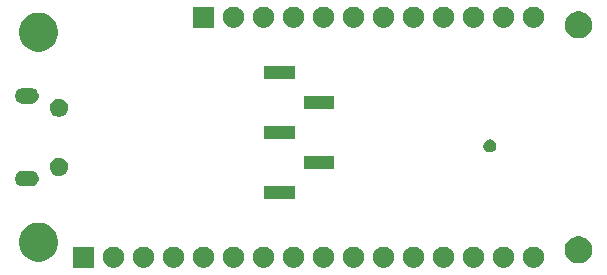
<source format=gbr>
G04 #@! TF.GenerationSoftware,KiCad,Pcbnew,5.1.5+dfsg1-2build2*
G04 #@! TF.CreationDate,2020-07-13T22:27:38-05:00*
G04 #@! TF.ProjectId,kw41z-feather,6b773431-7a2d-4666-9561-746865722e6b,rev?*
G04 #@! TF.SameCoordinates,Original*
G04 #@! TF.FileFunction,Soldermask,Bot*
G04 #@! TF.FilePolarity,Negative*
%FSLAX46Y46*%
G04 Gerber Fmt 4.6, Leading zero omitted, Abs format (unit mm)*
G04 Created by KiCad (PCBNEW 5.1.5+dfsg1-2build2) date 2020-07-13 22:27:38*
%MOMM*%
%LPD*%
G04 APERTURE LIST*
%ADD10C,0.100000*%
G04 APERTURE END LIST*
D10*
G36*
X143623512Y-101973927D02*
G01*
X143772812Y-102003624D01*
X143936784Y-102071544D01*
X144084354Y-102170147D01*
X144209853Y-102295646D01*
X144308456Y-102443216D01*
X144376376Y-102607188D01*
X144411000Y-102781259D01*
X144411000Y-102958741D01*
X144376376Y-103132812D01*
X144308456Y-103296784D01*
X144209853Y-103444354D01*
X144084354Y-103569853D01*
X143936784Y-103668456D01*
X143772812Y-103736376D01*
X143623512Y-103766073D01*
X143598742Y-103771000D01*
X143421258Y-103771000D01*
X143396488Y-103766073D01*
X143247188Y-103736376D01*
X143083216Y-103668456D01*
X142935646Y-103569853D01*
X142810147Y-103444354D01*
X142711544Y-103296784D01*
X142643624Y-103132812D01*
X142609000Y-102958741D01*
X142609000Y-102781259D01*
X142643624Y-102607188D01*
X142711544Y-102443216D01*
X142810147Y-102295646D01*
X142935646Y-102170147D01*
X143083216Y-102071544D01*
X143247188Y-102003624D01*
X143396488Y-101973927D01*
X143421258Y-101969000D01*
X143598742Y-101969000D01*
X143623512Y-101973927D01*
G37*
G36*
X151243512Y-101973927D02*
G01*
X151392812Y-102003624D01*
X151556784Y-102071544D01*
X151704354Y-102170147D01*
X151829853Y-102295646D01*
X151928456Y-102443216D01*
X151996376Y-102607188D01*
X152031000Y-102781259D01*
X152031000Y-102958741D01*
X151996376Y-103132812D01*
X151928456Y-103296784D01*
X151829853Y-103444354D01*
X151704354Y-103569853D01*
X151556784Y-103668456D01*
X151392812Y-103736376D01*
X151243512Y-103766073D01*
X151218742Y-103771000D01*
X151041258Y-103771000D01*
X151016488Y-103766073D01*
X150867188Y-103736376D01*
X150703216Y-103668456D01*
X150555646Y-103569853D01*
X150430147Y-103444354D01*
X150331544Y-103296784D01*
X150263624Y-103132812D01*
X150229000Y-102958741D01*
X150229000Y-102781259D01*
X150263624Y-102607188D01*
X150331544Y-102443216D01*
X150430147Y-102295646D01*
X150555646Y-102170147D01*
X150703216Y-102071544D01*
X150867188Y-102003624D01*
X151016488Y-101973927D01*
X151041258Y-101969000D01*
X151218742Y-101969000D01*
X151243512Y-101973927D01*
G37*
G36*
X134251000Y-103771000D02*
G01*
X132449000Y-103771000D01*
X132449000Y-101969000D01*
X134251000Y-101969000D01*
X134251000Y-103771000D01*
G37*
G36*
X136003512Y-101973927D02*
G01*
X136152812Y-102003624D01*
X136316784Y-102071544D01*
X136464354Y-102170147D01*
X136589853Y-102295646D01*
X136688456Y-102443216D01*
X136756376Y-102607188D01*
X136791000Y-102781259D01*
X136791000Y-102958741D01*
X136756376Y-103132812D01*
X136688456Y-103296784D01*
X136589853Y-103444354D01*
X136464354Y-103569853D01*
X136316784Y-103668456D01*
X136152812Y-103736376D01*
X136003512Y-103766073D01*
X135978742Y-103771000D01*
X135801258Y-103771000D01*
X135776488Y-103766073D01*
X135627188Y-103736376D01*
X135463216Y-103668456D01*
X135315646Y-103569853D01*
X135190147Y-103444354D01*
X135091544Y-103296784D01*
X135023624Y-103132812D01*
X134989000Y-102958741D01*
X134989000Y-102781259D01*
X135023624Y-102607188D01*
X135091544Y-102443216D01*
X135190147Y-102295646D01*
X135315646Y-102170147D01*
X135463216Y-102071544D01*
X135627188Y-102003624D01*
X135776488Y-101973927D01*
X135801258Y-101969000D01*
X135978742Y-101969000D01*
X136003512Y-101973927D01*
G37*
G36*
X138543512Y-101973927D02*
G01*
X138692812Y-102003624D01*
X138856784Y-102071544D01*
X139004354Y-102170147D01*
X139129853Y-102295646D01*
X139228456Y-102443216D01*
X139296376Y-102607188D01*
X139331000Y-102781259D01*
X139331000Y-102958741D01*
X139296376Y-103132812D01*
X139228456Y-103296784D01*
X139129853Y-103444354D01*
X139004354Y-103569853D01*
X138856784Y-103668456D01*
X138692812Y-103736376D01*
X138543512Y-103766073D01*
X138518742Y-103771000D01*
X138341258Y-103771000D01*
X138316488Y-103766073D01*
X138167188Y-103736376D01*
X138003216Y-103668456D01*
X137855646Y-103569853D01*
X137730147Y-103444354D01*
X137631544Y-103296784D01*
X137563624Y-103132812D01*
X137529000Y-102958741D01*
X137529000Y-102781259D01*
X137563624Y-102607188D01*
X137631544Y-102443216D01*
X137730147Y-102295646D01*
X137855646Y-102170147D01*
X138003216Y-102071544D01*
X138167188Y-102003624D01*
X138316488Y-101973927D01*
X138341258Y-101969000D01*
X138518742Y-101969000D01*
X138543512Y-101973927D01*
G37*
G36*
X141083512Y-101973927D02*
G01*
X141232812Y-102003624D01*
X141396784Y-102071544D01*
X141544354Y-102170147D01*
X141669853Y-102295646D01*
X141768456Y-102443216D01*
X141836376Y-102607188D01*
X141871000Y-102781259D01*
X141871000Y-102958741D01*
X141836376Y-103132812D01*
X141768456Y-103296784D01*
X141669853Y-103444354D01*
X141544354Y-103569853D01*
X141396784Y-103668456D01*
X141232812Y-103736376D01*
X141083512Y-103766073D01*
X141058742Y-103771000D01*
X140881258Y-103771000D01*
X140856488Y-103766073D01*
X140707188Y-103736376D01*
X140543216Y-103668456D01*
X140395646Y-103569853D01*
X140270147Y-103444354D01*
X140171544Y-103296784D01*
X140103624Y-103132812D01*
X140069000Y-102958741D01*
X140069000Y-102781259D01*
X140103624Y-102607188D01*
X140171544Y-102443216D01*
X140270147Y-102295646D01*
X140395646Y-102170147D01*
X140543216Y-102071544D01*
X140707188Y-102003624D01*
X140856488Y-101973927D01*
X140881258Y-101969000D01*
X141058742Y-101969000D01*
X141083512Y-101973927D01*
G37*
G36*
X146163512Y-101973927D02*
G01*
X146312812Y-102003624D01*
X146476784Y-102071544D01*
X146624354Y-102170147D01*
X146749853Y-102295646D01*
X146848456Y-102443216D01*
X146916376Y-102607188D01*
X146951000Y-102781259D01*
X146951000Y-102958741D01*
X146916376Y-103132812D01*
X146848456Y-103296784D01*
X146749853Y-103444354D01*
X146624354Y-103569853D01*
X146476784Y-103668456D01*
X146312812Y-103736376D01*
X146163512Y-103766073D01*
X146138742Y-103771000D01*
X145961258Y-103771000D01*
X145936488Y-103766073D01*
X145787188Y-103736376D01*
X145623216Y-103668456D01*
X145475646Y-103569853D01*
X145350147Y-103444354D01*
X145251544Y-103296784D01*
X145183624Y-103132812D01*
X145149000Y-102958741D01*
X145149000Y-102781259D01*
X145183624Y-102607188D01*
X145251544Y-102443216D01*
X145350147Y-102295646D01*
X145475646Y-102170147D01*
X145623216Y-102071544D01*
X145787188Y-102003624D01*
X145936488Y-101973927D01*
X145961258Y-101969000D01*
X146138742Y-101969000D01*
X146163512Y-101973927D01*
G37*
G36*
X148703512Y-101973927D02*
G01*
X148852812Y-102003624D01*
X149016784Y-102071544D01*
X149164354Y-102170147D01*
X149289853Y-102295646D01*
X149388456Y-102443216D01*
X149456376Y-102607188D01*
X149491000Y-102781259D01*
X149491000Y-102958741D01*
X149456376Y-103132812D01*
X149388456Y-103296784D01*
X149289853Y-103444354D01*
X149164354Y-103569853D01*
X149016784Y-103668456D01*
X148852812Y-103736376D01*
X148703512Y-103766073D01*
X148678742Y-103771000D01*
X148501258Y-103771000D01*
X148476488Y-103766073D01*
X148327188Y-103736376D01*
X148163216Y-103668456D01*
X148015646Y-103569853D01*
X147890147Y-103444354D01*
X147791544Y-103296784D01*
X147723624Y-103132812D01*
X147689000Y-102958741D01*
X147689000Y-102781259D01*
X147723624Y-102607188D01*
X147791544Y-102443216D01*
X147890147Y-102295646D01*
X148015646Y-102170147D01*
X148163216Y-102071544D01*
X148327188Y-102003624D01*
X148476488Y-101973927D01*
X148501258Y-101969000D01*
X148678742Y-101969000D01*
X148703512Y-101973927D01*
G37*
G36*
X153783512Y-101973927D02*
G01*
X153932812Y-102003624D01*
X154096784Y-102071544D01*
X154244354Y-102170147D01*
X154369853Y-102295646D01*
X154468456Y-102443216D01*
X154536376Y-102607188D01*
X154571000Y-102781259D01*
X154571000Y-102958741D01*
X154536376Y-103132812D01*
X154468456Y-103296784D01*
X154369853Y-103444354D01*
X154244354Y-103569853D01*
X154096784Y-103668456D01*
X153932812Y-103736376D01*
X153783512Y-103766073D01*
X153758742Y-103771000D01*
X153581258Y-103771000D01*
X153556488Y-103766073D01*
X153407188Y-103736376D01*
X153243216Y-103668456D01*
X153095646Y-103569853D01*
X152970147Y-103444354D01*
X152871544Y-103296784D01*
X152803624Y-103132812D01*
X152769000Y-102958741D01*
X152769000Y-102781259D01*
X152803624Y-102607188D01*
X152871544Y-102443216D01*
X152970147Y-102295646D01*
X153095646Y-102170147D01*
X153243216Y-102071544D01*
X153407188Y-102003624D01*
X153556488Y-101973927D01*
X153581258Y-101969000D01*
X153758742Y-101969000D01*
X153783512Y-101973927D01*
G37*
G36*
X156323512Y-101973927D02*
G01*
X156472812Y-102003624D01*
X156636784Y-102071544D01*
X156784354Y-102170147D01*
X156909853Y-102295646D01*
X157008456Y-102443216D01*
X157076376Y-102607188D01*
X157111000Y-102781259D01*
X157111000Y-102958741D01*
X157076376Y-103132812D01*
X157008456Y-103296784D01*
X156909853Y-103444354D01*
X156784354Y-103569853D01*
X156636784Y-103668456D01*
X156472812Y-103736376D01*
X156323512Y-103766073D01*
X156298742Y-103771000D01*
X156121258Y-103771000D01*
X156096488Y-103766073D01*
X155947188Y-103736376D01*
X155783216Y-103668456D01*
X155635646Y-103569853D01*
X155510147Y-103444354D01*
X155411544Y-103296784D01*
X155343624Y-103132812D01*
X155309000Y-102958741D01*
X155309000Y-102781259D01*
X155343624Y-102607188D01*
X155411544Y-102443216D01*
X155510147Y-102295646D01*
X155635646Y-102170147D01*
X155783216Y-102071544D01*
X155947188Y-102003624D01*
X156096488Y-101973927D01*
X156121258Y-101969000D01*
X156298742Y-101969000D01*
X156323512Y-101973927D01*
G37*
G36*
X158863512Y-101973927D02*
G01*
X159012812Y-102003624D01*
X159176784Y-102071544D01*
X159324354Y-102170147D01*
X159449853Y-102295646D01*
X159548456Y-102443216D01*
X159616376Y-102607188D01*
X159651000Y-102781259D01*
X159651000Y-102958741D01*
X159616376Y-103132812D01*
X159548456Y-103296784D01*
X159449853Y-103444354D01*
X159324354Y-103569853D01*
X159176784Y-103668456D01*
X159012812Y-103736376D01*
X158863512Y-103766073D01*
X158838742Y-103771000D01*
X158661258Y-103771000D01*
X158636488Y-103766073D01*
X158487188Y-103736376D01*
X158323216Y-103668456D01*
X158175646Y-103569853D01*
X158050147Y-103444354D01*
X157951544Y-103296784D01*
X157883624Y-103132812D01*
X157849000Y-102958741D01*
X157849000Y-102781259D01*
X157883624Y-102607188D01*
X157951544Y-102443216D01*
X158050147Y-102295646D01*
X158175646Y-102170147D01*
X158323216Y-102071544D01*
X158487188Y-102003624D01*
X158636488Y-101973927D01*
X158661258Y-101969000D01*
X158838742Y-101969000D01*
X158863512Y-101973927D01*
G37*
G36*
X161403512Y-101973927D02*
G01*
X161552812Y-102003624D01*
X161716784Y-102071544D01*
X161864354Y-102170147D01*
X161989853Y-102295646D01*
X162088456Y-102443216D01*
X162156376Y-102607188D01*
X162191000Y-102781259D01*
X162191000Y-102958741D01*
X162156376Y-103132812D01*
X162088456Y-103296784D01*
X161989853Y-103444354D01*
X161864354Y-103569853D01*
X161716784Y-103668456D01*
X161552812Y-103736376D01*
X161403512Y-103766073D01*
X161378742Y-103771000D01*
X161201258Y-103771000D01*
X161176488Y-103766073D01*
X161027188Y-103736376D01*
X160863216Y-103668456D01*
X160715646Y-103569853D01*
X160590147Y-103444354D01*
X160491544Y-103296784D01*
X160423624Y-103132812D01*
X160389000Y-102958741D01*
X160389000Y-102781259D01*
X160423624Y-102607188D01*
X160491544Y-102443216D01*
X160590147Y-102295646D01*
X160715646Y-102170147D01*
X160863216Y-102071544D01*
X161027188Y-102003624D01*
X161176488Y-101973927D01*
X161201258Y-101969000D01*
X161378742Y-101969000D01*
X161403512Y-101973927D01*
G37*
G36*
X163943512Y-101973927D02*
G01*
X164092812Y-102003624D01*
X164256784Y-102071544D01*
X164404354Y-102170147D01*
X164529853Y-102295646D01*
X164628456Y-102443216D01*
X164696376Y-102607188D01*
X164731000Y-102781259D01*
X164731000Y-102958741D01*
X164696376Y-103132812D01*
X164628456Y-103296784D01*
X164529853Y-103444354D01*
X164404354Y-103569853D01*
X164256784Y-103668456D01*
X164092812Y-103736376D01*
X163943512Y-103766073D01*
X163918742Y-103771000D01*
X163741258Y-103771000D01*
X163716488Y-103766073D01*
X163567188Y-103736376D01*
X163403216Y-103668456D01*
X163255646Y-103569853D01*
X163130147Y-103444354D01*
X163031544Y-103296784D01*
X162963624Y-103132812D01*
X162929000Y-102958741D01*
X162929000Y-102781259D01*
X162963624Y-102607188D01*
X163031544Y-102443216D01*
X163130147Y-102295646D01*
X163255646Y-102170147D01*
X163403216Y-102071544D01*
X163567188Y-102003624D01*
X163716488Y-101973927D01*
X163741258Y-101969000D01*
X163918742Y-101969000D01*
X163943512Y-101973927D01*
G37*
G36*
X166483512Y-101973927D02*
G01*
X166632812Y-102003624D01*
X166796784Y-102071544D01*
X166944354Y-102170147D01*
X167069853Y-102295646D01*
X167168456Y-102443216D01*
X167236376Y-102607188D01*
X167271000Y-102781259D01*
X167271000Y-102958741D01*
X167236376Y-103132812D01*
X167168456Y-103296784D01*
X167069853Y-103444354D01*
X166944354Y-103569853D01*
X166796784Y-103668456D01*
X166632812Y-103736376D01*
X166483512Y-103766073D01*
X166458742Y-103771000D01*
X166281258Y-103771000D01*
X166256488Y-103766073D01*
X166107188Y-103736376D01*
X165943216Y-103668456D01*
X165795646Y-103569853D01*
X165670147Y-103444354D01*
X165571544Y-103296784D01*
X165503624Y-103132812D01*
X165469000Y-102958741D01*
X165469000Y-102781259D01*
X165503624Y-102607188D01*
X165571544Y-102443216D01*
X165670147Y-102295646D01*
X165795646Y-102170147D01*
X165943216Y-102071544D01*
X166107188Y-102003624D01*
X166256488Y-101973927D01*
X166281258Y-101969000D01*
X166458742Y-101969000D01*
X166483512Y-101973927D01*
G37*
G36*
X169023512Y-101973927D02*
G01*
X169172812Y-102003624D01*
X169336784Y-102071544D01*
X169484354Y-102170147D01*
X169609853Y-102295646D01*
X169708456Y-102443216D01*
X169776376Y-102607188D01*
X169811000Y-102781259D01*
X169811000Y-102958741D01*
X169776376Y-103132812D01*
X169708456Y-103296784D01*
X169609853Y-103444354D01*
X169484354Y-103569853D01*
X169336784Y-103668456D01*
X169172812Y-103736376D01*
X169023512Y-103766073D01*
X168998742Y-103771000D01*
X168821258Y-103771000D01*
X168796488Y-103766073D01*
X168647188Y-103736376D01*
X168483216Y-103668456D01*
X168335646Y-103569853D01*
X168210147Y-103444354D01*
X168111544Y-103296784D01*
X168043624Y-103132812D01*
X168009000Y-102958741D01*
X168009000Y-102781259D01*
X168043624Y-102607188D01*
X168111544Y-102443216D01*
X168210147Y-102295646D01*
X168335646Y-102170147D01*
X168483216Y-102071544D01*
X168647188Y-102003624D01*
X168796488Y-101973927D01*
X168821258Y-101969000D01*
X168998742Y-101969000D01*
X169023512Y-101973927D01*
G37*
G36*
X171563512Y-101973927D02*
G01*
X171712812Y-102003624D01*
X171876784Y-102071544D01*
X172024354Y-102170147D01*
X172149853Y-102295646D01*
X172248456Y-102443216D01*
X172316376Y-102607188D01*
X172351000Y-102781259D01*
X172351000Y-102958741D01*
X172316376Y-103132812D01*
X172248456Y-103296784D01*
X172149853Y-103444354D01*
X172024354Y-103569853D01*
X171876784Y-103668456D01*
X171712812Y-103736376D01*
X171563512Y-103766073D01*
X171538742Y-103771000D01*
X171361258Y-103771000D01*
X171336488Y-103766073D01*
X171187188Y-103736376D01*
X171023216Y-103668456D01*
X170875646Y-103569853D01*
X170750147Y-103444354D01*
X170651544Y-103296784D01*
X170583624Y-103132812D01*
X170549000Y-102958741D01*
X170549000Y-102781259D01*
X170583624Y-102607188D01*
X170651544Y-102443216D01*
X170750147Y-102295646D01*
X170875646Y-102170147D01*
X171023216Y-102071544D01*
X171187188Y-102003624D01*
X171336488Y-101973927D01*
X171361258Y-101969000D01*
X171538742Y-101969000D01*
X171563512Y-101973927D01*
G37*
G36*
X175484549Y-101106116D02*
G01*
X175595734Y-101128232D01*
X175805203Y-101214997D01*
X175993720Y-101340960D01*
X176154040Y-101501280D01*
X176280003Y-101689797D01*
X176280004Y-101689799D01*
X176366768Y-101899267D01*
X176411000Y-102121635D01*
X176411000Y-102348365D01*
X176404301Y-102382042D01*
X176366768Y-102570734D01*
X176280003Y-102780203D01*
X176154040Y-102968720D01*
X175993720Y-103129040D01*
X175805203Y-103255003D01*
X175595734Y-103341768D01*
X175484549Y-103363884D01*
X175373365Y-103386000D01*
X175146635Y-103386000D01*
X175035451Y-103363884D01*
X174924266Y-103341768D01*
X174714797Y-103255003D01*
X174526280Y-103129040D01*
X174365960Y-102968720D01*
X174239997Y-102780203D01*
X174153232Y-102570734D01*
X174115699Y-102382042D01*
X174109000Y-102348365D01*
X174109000Y-102121635D01*
X174153232Y-101899267D01*
X174239996Y-101689799D01*
X174239997Y-101689797D01*
X174365960Y-101501280D01*
X174526280Y-101340960D01*
X174714797Y-101214997D01*
X174924266Y-101128232D01*
X175035451Y-101106116D01*
X175146635Y-101084000D01*
X175373365Y-101084000D01*
X175484549Y-101106116D01*
G37*
G36*
X129915256Y-99991298D02*
G01*
X130021579Y-100012447D01*
X130322042Y-100136903D01*
X130592451Y-100317585D01*
X130822415Y-100547549D01*
X131003097Y-100817958D01*
X131127553Y-101118421D01*
X131191000Y-101437391D01*
X131191000Y-101762609D01*
X131127553Y-102081579D01*
X131090867Y-102170147D01*
X131017047Y-102348365D01*
X131003097Y-102382042D01*
X130822415Y-102652451D01*
X130592451Y-102882415D01*
X130322042Y-103063097D01*
X130021579Y-103187553D01*
X129915256Y-103208702D01*
X129702611Y-103251000D01*
X129377389Y-103251000D01*
X129164744Y-103208702D01*
X129058421Y-103187553D01*
X128757958Y-103063097D01*
X128487549Y-102882415D01*
X128257585Y-102652451D01*
X128076903Y-102382042D01*
X128062954Y-102348365D01*
X127989133Y-102170147D01*
X127952447Y-102081579D01*
X127889000Y-101762609D01*
X127889000Y-101437391D01*
X127952447Y-101118421D01*
X128076903Y-100817958D01*
X128257585Y-100547549D01*
X128487549Y-100317585D01*
X128757958Y-100136903D01*
X129058421Y-100012447D01*
X129164744Y-99991298D01*
X129377389Y-99949000D01*
X129702611Y-99949000D01*
X129915256Y-99991298D01*
G37*
G36*
X151281000Y-97918500D02*
G01*
X148669000Y-97918500D01*
X148669000Y-96816500D01*
X151281000Y-96816500D01*
X151281000Y-97918500D01*
G37*
G36*
X128970355Y-95562140D02*
G01*
X129034118Y-95568420D01*
X129124904Y-95595960D01*
X129156836Y-95605646D01*
X129269925Y-95666094D01*
X129369054Y-95747446D01*
X129450406Y-95846575D01*
X129510854Y-95959664D01*
X129510855Y-95959668D01*
X129548080Y-96082382D01*
X129560649Y-96210000D01*
X129548080Y-96337618D01*
X129520540Y-96428404D01*
X129510854Y-96460336D01*
X129450406Y-96573425D01*
X129369054Y-96672554D01*
X129269925Y-96753906D01*
X129156836Y-96814354D01*
X129149761Y-96816500D01*
X129034118Y-96851580D01*
X128970355Y-96857860D01*
X128938474Y-96861000D01*
X128174526Y-96861000D01*
X128142645Y-96857860D01*
X128078882Y-96851580D01*
X127963239Y-96816500D01*
X127956164Y-96814354D01*
X127843075Y-96753906D01*
X127743946Y-96672554D01*
X127662594Y-96573425D01*
X127602146Y-96460336D01*
X127592460Y-96428404D01*
X127564920Y-96337618D01*
X127552351Y-96210000D01*
X127564920Y-96082382D01*
X127602145Y-95959668D01*
X127602146Y-95959664D01*
X127662594Y-95846575D01*
X127743946Y-95747446D01*
X127843075Y-95666094D01*
X127956164Y-95605646D01*
X127988096Y-95595960D01*
X128078882Y-95568420D01*
X128142645Y-95562140D01*
X128174526Y-95559000D01*
X128938474Y-95559000D01*
X128970355Y-95562140D01*
G37*
G36*
X131482848Y-94463820D02*
G01*
X131482850Y-94463821D01*
X131482851Y-94463821D01*
X131624074Y-94522317D01*
X131624077Y-94522319D01*
X131751169Y-94607239D01*
X131859261Y-94715331D01*
X131944181Y-94842423D01*
X131944183Y-94842426D01*
X132002679Y-94983649D01*
X132002680Y-94983652D01*
X132032500Y-95133569D01*
X132032500Y-95286431D01*
X132014187Y-95378500D01*
X132002679Y-95436351D01*
X131944183Y-95577574D01*
X131944181Y-95577577D01*
X131859261Y-95704669D01*
X131751169Y-95812761D01*
X131624077Y-95897681D01*
X131624074Y-95897683D01*
X131482851Y-95956179D01*
X131482850Y-95956179D01*
X131482848Y-95956180D01*
X131332931Y-95986000D01*
X131180069Y-95986000D01*
X131030152Y-95956180D01*
X131030150Y-95956179D01*
X131030149Y-95956179D01*
X130888926Y-95897683D01*
X130888923Y-95897681D01*
X130761831Y-95812761D01*
X130653739Y-95704669D01*
X130568819Y-95577577D01*
X130568817Y-95577574D01*
X130510321Y-95436351D01*
X130498814Y-95378500D01*
X130480500Y-95286431D01*
X130480500Y-95133569D01*
X130510320Y-94983652D01*
X130510321Y-94983649D01*
X130568817Y-94842426D01*
X130568819Y-94842423D01*
X130653739Y-94715331D01*
X130761831Y-94607239D01*
X130888923Y-94522319D01*
X130888926Y-94522317D01*
X131030149Y-94463821D01*
X131030150Y-94463821D01*
X131030152Y-94463820D01*
X131180069Y-94434000D01*
X131332931Y-94434000D01*
X131482848Y-94463820D01*
G37*
G36*
X154591000Y-95378500D02*
G01*
X151979000Y-95378500D01*
X151979000Y-94276500D01*
X154591000Y-94276500D01*
X154591000Y-95378500D01*
G37*
G36*
X167910721Y-92920174D02*
G01*
X168010995Y-92961709D01*
X168010996Y-92961710D01*
X168101242Y-93022010D01*
X168177990Y-93098758D01*
X168177991Y-93098760D01*
X168238291Y-93189005D01*
X168279826Y-93289279D01*
X168301000Y-93395730D01*
X168301000Y-93504270D01*
X168279826Y-93610721D01*
X168238291Y-93710995D01*
X168238290Y-93710996D01*
X168177990Y-93801242D01*
X168101242Y-93877990D01*
X168055812Y-93908345D01*
X168010995Y-93938291D01*
X167910721Y-93979826D01*
X167804270Y-94001000D01*
X167695730Y-94001000D01*
X167589279Y-93979826D01*
X167489005Y-93938291D01*
X167444188Y-93908345D01*
X167398758Y-93877990D01*
X167322010Y-93801242D01*
X167261710Y-93710996D01*
X167261709Y-93710995D01*
X167220174Y-93610721D01*
X167199000Y-93504270D01*
X167199000Y-93395730D01*
X167220174Y-93289279D01*
X167261709Y-93189005D01*
X167322009Y-93098760D01*
X167322010Y-93098758D01*
X167398758Y-93022010D01*
X167489004Y-92961710D01*
X167489005Y-92961709D01*
X167589279Y-92920174D01*
X167695730Y-92899000D01*
X167804270Y-92899000D01*
X167910721Y-92920174D01*
G37*
G36*
X151281000Y-92838500D02*
G01*
X148669000Y-92838500D01*
X148669000Y-91736500D01*
X151281000Y-91736500D01*
X151281000Y-92838500D01*
G37*
G36*
X131482848Y-89463820D02*
G01*
X131482850Y-89463821D01*
X131482851Y-89463821D01*
X131624074Y-89522317D01*
X131624077Y-89522319D01*
X131751169Y-89607239D01*
X131859261Y-89715331D01*
X131944181Y-89842423D01*
X131944183Y-89842426D01*
X132002679Y-89983649D01*
X132032500Y-90133571D01*
X132032500Y-90286429D01*
X132002679Y-90436351D01*
X131944183Y-90577574D01*
X131944181Y-90577577D01*
X131859261Y-90704669D01*
X131751169Y-90812761D01*
X131624077Y-90897681D01*
X131624074Y-90897683D01*
X131482851Y-90956179D01*
X131482850Y-90956179D01*
X131482848Y-90956180D01*
X131332931Y-90986000D01*
X131180069Y-90986000D01*
X131030152Y-90956180D01*
X131030150Y-90956179D01*
X131030149Y-90956179D01*
X130888926Y-90897683D01*
X130888923Y-90897681D01*
X130761831Y-90812761D01*
X130653739Y-90704669D01*
X130568819Y-90577577D01*
X130568817Y-90577574D01*
X130510321Y-90436351D01*
X130480500Y-90286429D01*
X130480500Y-90133571D01*
X130510321Y-89983649D01*
X130568817Y-89842426D01*
X130568819Y-89842423D01*
X130653739Y-89715331D01*
X130761831Y-89607239D01*
X130888923Y-89522319D01*
X130888926Y-89522317D01*
X131030149Y-89463821D01*
X131030150Y-89463821D01*
X131030152Y-89463820D01*
X131180069Y-89434000D01*
X131332931Y-89434000D01*
X131482848Y-89463820D01*
G37*
G36*
X154591000Y-90298500D02*
G01*
X151979000Y-90298500D01*
X151979000Y-89196500D01*
X154591000Y-89196500D01*
X154591000Y-90298500D01*
G37*
G36*
X128970355Y-88562140D02*
G01*
X129034118Y-88568420D01*
X129124904Y-88595960D01*
X129156836Y-88605646D01*
X129269925Y-88666094D01*
X129369054Y-88747446D01*
X129450406Y-88846575D01*
X129510854Y-88959664D01*
X129510855Y-88959668D01*
X129548080Y-89082382D01*
X129560649Y-89210000D01*
X129548080Y-89337618D01*
X129520540Y-89428404D01*
X129510854Y-89460336D01*
X129450406Y-89573425D01*
X129369054Y-89672554D01*
X129269925Y-89753906D01*
X129156836Y-89814354D01*
X129124904Y-89824040D01*
X129034118Y-89851580D01*
X128970355Y-89857860D01*
X128938474Y-89861000D01*
X128174526Y-89861000D01*
X128142645Y-89857860D01*
X128078882Y-89851580D01*
X127988096Y-89824040D01*
X127956164Y-89814354D01*
X127843075Y-89753906D01*
X127743946Y-89672554D01*
X127662594Y-89573425D01*
X127602146Y-89460336D01*
X127592460Y-89428404D01*
X127564920Y-89337618D01*
X127552351Y-89210000D01*
X127564920Y-89082382D01*
X127602145Y-88959668D01*
X127602146Y-88959664D01*
X127662594Y-88846575D01*
X127743946Y-88747446D01*
X127843075Y-88666094D01*
X127956164Y-88605646D01*
X127988096Y-88595960D01*
X128078882Y-88568420D01*
X128142645Y-88562140D01*
X128174526Y-88559000D01*
X128938474Y-88559000D01*
X128970355Y-88562140D01*
G37*
G36*
X151281000Y-87758500D02*
G01*
X148669000Y-87758500D01*
X148669000Y-86656500D01*
X151281000Y-86656500D01*
X151281000Y-87758500D01*
G37*
G36*
X129915256Y-82211298D02*
G01*
X130021579Y-82232447D01*
X130322042Y-82356903D01*
X130592451Y-82537585D01*
X130822415Y-82767549D01*
X131003097Y-83037958D01*
X131003098Y-83037960D01*
X131017047Y-83071636D01*
X131127553Y-83338421D01*
X131191000Y-83657391D01*
X131191000Y-83982609D01*
X131127553Y-84301579D01*
X131003097Y-84602042D01*
X130822415Y-84872451D01*
X130592451Y-85102415D01*
X130322042Y-85283097D01*
X130021579Y-85407553D01*
X129915256Y-85428702D01*
X129702611Y-85471000D01*
X129377389Y-85471000D01*
X129164744Y-85428702D01*
X129058421Y-85407553D01*
X128757958Y-85283097D01*
X128487549Y-85102415D01*
X128257585Y-84872451D01*
X128076903Y-84602042D01*
X127952447Y-84301579D01*
X127889000Y-83982609D01*
X127889000Y-83657391D01*
X127952447Y-83338421D01*
X128062953Y-83071636D01*
X128076902Y-83037960D01*
X128076903Y-83037958D01*
X128257585Y-82767549D01*
X128487549Y-82537585D01*
X128757958Y-82356903D01*
X129058421Y-82232447D01*
X129164744Y-82211298D01*
X129377389Y-82169000D01*
X129702611Y-82169000D01*
X129915256Y-82211298D01*
G37*
G36*
X175484549Y-82056116D02*
G01*
X175595734Y-82078232D01*
X175805203Y-82164997D01*
X175993720Y-82290960D01*
X176154040Y-82451280D01*
X176280003Y-82639797D01*
X176332921Y-82767551D01*
X176366768Y-82849267D01*
X176404302Y-83037960D01*
X176411000Y-83071636D01*
X176411000Y-83298364D01*
X176366768Y-83520734D01*
X176280003Y-83730203D01*
X176154040Y-83918720D01*
X175993720Y-84079040D01*
X175805203Y-84205003D01*
X175595734Y-84291768D01*
X175484549Y-84313884D01*
X175373365Y-84336000D01*
X175146635Y-84336000D01*
X175035451Y-84313884D01*
X174924266Y-84291768D01*
X174714797Y-84205003D01*
X174526280Y-84079040D01*
X174365960Y-83918720D01*
X174239997Y-83730203D01*
X174153232Y-83520734D01*
X174109000Y-83298364D01*
X174109000Y-83071636D01*
X174115699Y-83037960D01*
X174153232Y-82849267D01*
X174187080Y-82767551D01*
X174239997Y-82639797D01*
X174365960Y-82451280D01*
X174526280Y-82290960D01*
X174714797Y-82164997D01*
X174924266Y-82078232D01*
X175035451Y-82056116D01*
X175146635Y-82034000D01*
X175373365Y-82034000D01*
X175484549Y-82056116D01*
G37*
G36*
X151243512Y-81653927D02*
G01*
X151392812Y-81683624D01*
X151556784Y-81751544D01*
X151704354Y-81850147D01*
X151829853Y-81975646D01*
X151928456Y-82123216D01*
X151996376Y-82287188D01*
X152031000Y-82461259D01*
X152031000Y-82638741D01*
X151996376Y-82812812D01*
X151928456Y-82976784D01*
X151829853Y-83124354D01*
X151704354Y-83249853D01*
X151556784Y-83348456D01*
X151392812Y-83416376D01*
X151243512Y-83446073D01*
X151218742Y-83451000D01*
X151041258Y-83451000D01*
X151016488Y-83446073D01*
X150867188Y-83416376D01*
X150703216Y-83348456D01*
X150555646Y-83249853D01*
X150430147Y-83124354D01*
X150331544Y-82976784D01*
X150263624Y-82812812D01*
X150229000Y-82638741D01*
X150229000Y-82461259D01*
X150263624Y-82287188D01*
X150331544Y-82123216D01*
X150430147Y-81975646D01*
X150555646Y-81850147D01*
X150703216Y-81751544D01*
X150867188Y-81683624D01*
X151016488Y-81653927D01*
X151041258Y-81649000D01*
X151218742Y-81649000D01*
X151243512Y-81653927D01*
G37*
G36*
X156323512Y-81653927D02*
G01*
X156472812Y-81683624D01*
X156636784Y-81751544D01*
X156784354Y-81850147D01*
X156909853Y-81975646D01*
X157008456Y-82123216D01*
X157076376Y-82287188D01*
X157111000Y-82461259D01*
X157111000Y-82638741D01*
X157076376Y-82812812D01*
X157008456Y-82976784D01*
X156909853Y-83124354D01*
X156784354Y-83249853D01*
X156636784Y-83348456D01*
X156472812Y-83416376D01*
X156323512Y-83446073D01*
X156298742Y-83451000D01*
X156121258Y-83451000D01*
X156096488Y-83446073D01*
X155947188Y-83416376D01*
X155783216Y-83348456D01*
X155635646Y-83249853D01*
X155510147Y-83124354D01*
X155411544Y-82976784D01*
X155343624Y-82812812D01*
X155309000Y-82638741D01*
X155309000Y-82461259D01*
X155343624Y-82287188D01*
X155411544Y-82123216D01*
X155510147Y-81975646D01*
X155635646Y-81850147D01*
X155783216Y-81751544D01*
X155947188Y-81683624D01*
X156096488Y-81653927D01*
X156121258Y-81649000D01*
X156298742Y-81649000D01*
X156323512Y-81653927D01*
G37*
G36*
X153783512Y-81653927D02*
G01*
X153932812Y-81683624D01*
X154096784Y-81751544D01*
X154244354Y-81850147D01*
X154369853Y-81975646D01*
X154468456Y-82123216D01*
X154536376Y-82287188D01*
X154571000Y-82461259D01*
X154571000Y-82638741D01*
X154536376Y-82812812D01*
X154468456Y-82976784D01*
X154369853Y-83124354D01*
X154244354Y-83249853D01*
X154096784Y-83348456D01*
X153932812Y-83416376D01*
X153783512Y-83446073D01*
X153758742Y-83451000D01*
X153581258Y-83451000D01*
X153556488Y-83446073D01*
X153407188Y-83416376D01*
X153243216Y-83348456D01*
X153095646Y-83249853D01*
X152970147Y-83124354D01*
X152871544Y-82976784D01*
X152803624Y-82812812D01*
X152769000Y-82638741D01*
X152769000Y-82461259D01*
X152803624Y-82287188D01*
X152871544Y-82123216D01*
X152970147Y-81975646D01*
X153095646Y-81850147D01*
X153243216Y-81751544D01*
X153407188Y-81683624D01*
X153556488Y-81653927D01*
X153581258Y-81649000D01*
X153758742Y-81649000D01*
X153783512Y-81653927D01*
G37*
G36*
X146163512Y-81653927D02*
G01*
X146312812Y-81683624D01*
X146476784Y-81751544D01*
X146624354Y-81850147D01*
X146749853Y-81975646D01*
X146848456Y-82123216D01*
X146916376Y-82287188D01*
X146951000Y-82461259D01*
X146951000Y-82638741D01*
X146916376Y-82812812D01*
X146848456Y-82976784D01*
X146749853Y-83124354D01*
X146624354Y-83249853D01*
X146476784Y-83348456D01*
X146312812Y-83416376D01*
X146163512Y-83446073D01*
X146138742Y-83451000D01*
X145961258Y-83451000D01*
X145936488Y-83446073D01*
X145787188Y-83416376D01*
X145623216Y-83348456D01*
X145475646Y-83249853D01*
X145350147Y-83124354D01*
X145251544Y-82976784D01*
X145183624Y-82812812D01*
X145149000Y-82638741D01*
X145149000Y-82461259D01*
X145183624Y-82287188D01*
X145251544Y-82123216D01*
X145350147Y-81975646D01*
X145475646Y-81850147D01*
X145623216Y-81751544D01*
X145787188Y-81683624D01*
X145936488Y-81653927D01*
X145961258Y-81649000D01*
X146138742Y-81649000D01*
X146163512Y-81653927D01*
G37*
G36*
X148703512Y-81653927D02*
G01*
X148852812Y-81683624D01*
X149016784Y-81751544D01*
X149164354Y-81850147D01*
X149289853Y-81975646D01*
X149388456Y-82123216D01*
X149456376Y-82287188D01*
X149491000Y-82461259D01*
X149491000Y-82638741D01*
X149456376Y-82812812D01*
X149388456Y-82976784D01*
X149289853Y-83124354D01*
X149164354Y-83249853D01*
X149016784Y-83348456D01*
X148852812Y-83416376D01*
X148703512Y-83446073D01*
X148678742Y-83451000D01*
X148501258Y-83451000D01*
X148476488Y-83446073D01*
X148327188Y-83416376D01*
X148163216Y-83348456D01*
X148015646Y-83249853D01*
X147890147Y-83124354D01*
X147791544Y-82976784D01*
X147723624Y-82812812D01*
X147689000Y-82638741D01*
X147689000Y-82461259D01*
X147723624Y-82287188D01*
X147791544Y-82123216D01*
X147890147Y-81975646D01*
X148015646Y-81850147D01*
X148163216Y-81751544D01*
X148327188Y-81683624D01*
X148476488Y-81653927D01*
X148501258Y-81649000D01*
X148678742Y-81649000D01*
X148703512Y-81653927D01*
G37*
G36*
X144411000Y-83451000D02*
G01*
X142609000Y-83451000D01*
X142609000Y-81649000D01*
X144411000Y-81649000D01*
X144411000Y-83451000D01*
G37*
G36*
X161403512Y-81653927D02*
G01*
X161552812Y-81683624D01*
X161716784Y-81751544D01*
X161864354Y-81850147D01*
X161989853Y-81975646D01*
X162088456Y-82123216D01*
X162156376Y-82287188D01*
X162191000Y-82461259D01*
X162191000Y-82638741D01*
X162156376Y-82812812D01*
X162088456Y-82976784D01*
X161989853Y-83124354D01*
X161864354Y-83249853D01*
X161716784Y-83348456D01*
X161552812Y-83416376D01*
X161403512Y-83446073D01*
X161378742Y-83451000D01*
X161201258Y-83451000D01*
X161176488Y-83446073D01*
X161027188Y-83416376D01*
X160863216Y-83348456D01*
X160715646Y-83249853D01*
X160590147Y-83124354D01*
X160491544Y-82976784D01*
X160423624Y-82812812D01*
X160389000Y-82638741D01*
X160389000Y-82461259D01*
X160423624Y-82287188D01*
X160491544Y-82123216D01*
X160590147Y-81975646D01*
X160715646Y-81850147D01*
X160863216Y-81751544D01*
X161027188Y-81683624D01*
X161176488Y-81653927D01*
X161201258Y-81649000D01*
X161378742Y-81649000D01*
X161403512Y-81653927D01*
G37*
G36*
X163943512Y-81653927D02*
G01*
X164092812Y-81683624D01*
X164256784Y-81751544D01*
X164404354Y-81850147D01*
X164529853Y-81975646D01*
X164628456Y-82123216D01*
X164696376Y-82287188D01*
X164731000Y-82461259D01*
X164731000Y-82638741D01*
X164696376Y-82812812D01*
X164628456Y-82976784D01*
X164529853Y-83124354D01*
X164404354Y-83249853D01*
X164256784Y-83348456D01*
X164092812Y-83416376D01*
X163943512Y-83446073D01*
X163918742Y-83451000D01*
X163741258Y-83451000D01*
X163716488Y-83446073D01*
X163567188Y-83416376D01*
X163403216Y-83348456D01*
X163255646Y-83249853D01*
X163130147Y-83124354D01*
X163031544Y-82976784D01*
X162963624Y-82812812D01*
X162929000Y-82638741D01*
X162929000Y-82461259D01*
X162963624Y-82287188D01*
X163031544Y-82123216D01*
X163130147Y-81975646D01*
X163255646Y-81850147D01*
X163403216Y-81751544D01*
X163567188Y-81683624D01*
X163716488Y-81653927D01*
X163741258Y-81649000D01*
X163918742Y-81649000D01*
X163943512Y-81653927D01*
G37*
G36*
X166483512Y-81653927D02*
G01*
X166632812Y-81683624D01*
X166796784Y-81751544D01*
X166944354Y-81850147D01*
X167069853Y-81975646D01*
X167168456Y-82123216D01*
X167236376Y-82287188D01*
X167271000Y-82461259D01*
X167271000Y-82638741D01*
X167236376Y-82812812D01*
X167168456Y-82976784D01*
X167069853Y-83124354D01*
X166944354Y-83249853D01*
X166796784Y-83348456D01*
X166632812Y-83416376D01*
X166483512Y-83446073D01*
X166458742Y-83451000D01*
X166281258Y-83451000D01*
X166256488Y-83446073D01*
X166107188Y-83416376D01*
X165943216Y-83348456D01*
X165795646Y-83249853D01*
X165670147Y-83124354D01*
X165571544Y-82976784D01*
X165503624Y-82812812D01*
X165469000Y-82638741D01*
X165469000Y-82461259D01*
X165503624Y-82287188D01*
X165571544Y-82123216D01*
X165670147Y-81975646D01*
X165795646Y-81850147D01*
X165943216Y-81751544D01*
X166107188Y-81683624D01*
X166256488Y-81653927D01*
X166281258Y-81649000D01*
X166458742Y-81649000D01*
X166483512Y-81653927D01*
G37*
G36*
X169023512Y-81653927D02*
G01*
X169172812Y-81683624D01*
X169336784Y-81751544D01*
X169484354Y-81850147D01*
X169609853Y-81975646D01*
X169708456Y-82123216D01*
X169776376Y-82287188D01*
X169811000Y-82461259D01*
X169811000Y-82638741D01*
X169776376Y-82812812D01*
X169708456Y-82976784D01*
X169609853Y-83124354D01*
X169484354Y-83249853D01*
X169336784Y-83348456D01*
X169172812Y-83416376D01*
X169023512Y-83446073D01*
X168998742Y-83451000D01*
X168821258Y-83451000D01*
X168796488Y-83446073D01*
X168647188Y-83416376D01*
X168483216Y-83348456D01*
X168335646Y-83249853D01*
X168210147Y-83124354D01*
X168111544Y-82976784D01*
X168043624Y-82812812D01*
X168009000Y-82638741D01*
X168009000Y-82461259D01*
X168043624Y-82287188D01*
X168111544Y-82123216D01*
X168210147Y-81975646D01*
X168335646Y-81850147D01*
X168483216Y-81751544D01*
X168647188Y-81683624D01*
X168796488Y-81653927D01*
X168821258Y-81649000D01*
X168998742Y-81649000D01*
X169023512Y-81653927D01*
G37*
G36*
X171563512Y-81653927D02*
G01*
X171712812Y-81683624D01*
X171876784Y-81751544D01*
X172024354Y-81850147D01*
X172149853Y-81975646D01*
X172248456Y-82123216D01*
X172316376Y-82287188D01*
X172351000Y-82461259D01*
X172351000Y-82638741D01*
X172316376Y-82812812D01*
X172248456Y-82976784D01*
X172149853Y-83124354D01*
X172024354Y-83249853D01*
X171876784Y-83348456D01*
X171712812Y-83416376D01*
X171563512Y-83446073D01*
X171538742Y-83451000D01*
X171361258Y-83451000D01*
X171336488Y-83446073D01*
X171187188Y-83416376D01*
X171023216Y-83348456D01*
X170875646Y-83249853D01*
X170750147Y-83124354D01*
X170651544Y-82976784D01*
X170583624Y-82812812D01*
X170549000Y-82638741D01*
X170549000Y-82461259D01*
X170583624Y-82287188D01*
X170651544Y-82123216D01*
X170750147Y-81975646D01*
X170875646Y-81850147D01*
X171023216Y-81751544D01*
X171187188Y-81683624D01*
X171336488Y-81653927D01*
X171361258Y-81649000D01*
X171538742Y-81649000D01*
X171563512Y-81653927D01*
G37*
G36*
X158863512Y-81653927D02*
G01*
X159012812Y-81683624D01*
X159176784Y-81751544D01*
X159324354Y-81850147D01*
X159449853Y-81975646D01*
X159548456Y-82123216D01*
X159616376Y-82287188D01*
X159651000Y-82461259D01*
X159651000Y-82638741D01*
X159616376Y-82812812D01*
X159548456Y-82976784D01*
X159449853Y-83124354D01*
X159324354Y-83249853D01*
X159176784Y-83348456D01*
X159012812Y-83416376D01*
X158863512Y-83446073D01*
X158838742Y-83451000D01*
X158661258Y-83451000D01*
X158636488Y-83446073D01*
X158487188Y-83416376D01*
X158323216Y-83348456D01*
X158175646Y-83249853D01*
X158050147Y-83124354D01*
X157951544Y-82976784D01*
X157883624Y-82812812D01*
X157849000Y-82638741D01*
X157849000Y-82461259D01*
X157883624Y-82287188D01*
X157951544Y-82123216D01*
X158050147Y-81975646D01*
X158175646Y-81850147D01*
X158323216Y-81751544D01*
X158487188Y-81683624D01*
X158636488Y-81653927D01*
X158661258Y-81649000D01*
X158838742Y-81649000D01*
X158863512Y-81653927D01*
G37*
M02*

</source>
